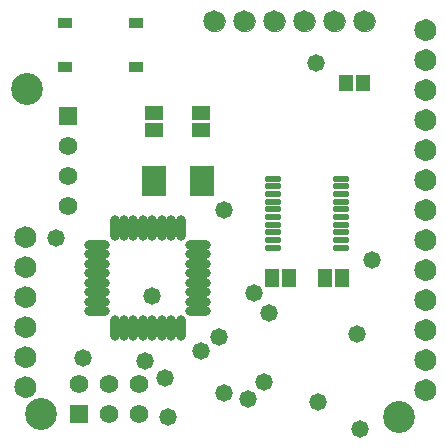
<source format=gbs>
G04*
G04 #@! TF.GenerationSoftware,Altium Limited,Altium Designer,23.2.1 (34)*
G04*
G04 Layer_Color=16711935*
%FSLAX25Y25*%
%MOIN*%
G70*
G04*
G04 #@! TF.SameCoordinates,E1977E32-75BF-4710-9DAA-36D8A4D6ACA6*
G04*
G04*
G04 #@! TF.FilePolarity,Negative*
G04*
G01*
G75*
%ADD30C,0.00000*%
%ADD31R,0.04760X0.05951*%
%ADD32R,0.04737X0.05721*%
G04:AMPARAMS|DCode=35|XSize=20.47mil|YSize=51.97mil|CornerRadius=4.33mil|HoleSize=0mil|Usage=FLASHONLY|Rotation=270.000|XOffset=0mil|YOffset=0mil|HoleType=Round|Shape=RoundedRectangle|*
%AMROUNDEDRECTD35*
21,1,0.02047,0.04331,0,0,270.0*
21,1,0.01181,0.05197,0,0,270.0*
1,1,0.00866,-0.02165,-0.00591*
1,1,0.00866,-0.02165,0.00591*
1,1,0.00866,0.02165,0.00591*
1,1,0.00866,0.02165,-0.00591*
%
%ADD35ROUNDEDRECTD35*%
%ADD36R,0.05951X0.04760*%
%ADD38R,0.08280X0.10249*%
%ADD46C,0.07178*%
%ADD47C,0.06194*%
%ADD48R,0.06194X0.06194*%
%ADD49R,0.06194X0.06194*%
%ADD50C,0.10642*%
%ADD51C,0.05800*%
%ADD63R,0.04737X0.03556*%
%ADD64O,0.08477X0.03162*%
%ADD65O,0.03162X0.08477*%
D30*
X11789Y18905D02*
X11639Y19904D01*
X11200Y20814D01*
X10513Y21555D01*
X9638Y22060D01*
X8653Y22285D01*
X7645Y22210D01*
X6704Y21840D01*
X5914Y21211D01*
X5345Y20376D01*
X5047Y19410D01*
Y18399D01*
X5345Y17434D01*
X5914Y16599D01*
X6704Y15969D01*
X7645Y15600D01*
X8653Y15524D01*
X9638Y15749D01*
X10513Y16254D01*
X11200Y16995D01*
X11639Y17906D01*
X11789Y18905D01*
Y28905D02*
X11639Y29904D01*
X11200Y30814D01*
X10513Y31555D01*
X9638Y32060D01*
X8653Y32285D01*
X7645Y32210D01*
X6704Y31841D01*
X5914Y31211D01*
X5345Y30376D01*
X5047Y29410D01*
Y28399D01*
X5345Y27434D01*
X5914Y26599D01*
X6704Y25969D01*
X7645Y25600D01*
X8653Y25524D01*
X9638Y25749D01*
X10513Y26254D01*
X11200Y26995D01*
X11639Y27905D01*
X11789Y28905D01*
Y38905D02*
X11639Y39904D01*
X11200Y40814D01*
X10513Y41555D01*
X9638Y42060D01*
X8653Y42285D01*
X7645Y42210D01*
X6704Y41840D01*
X5914Y41210D01*
X5345Y40376D01*
X5047Y39410D01*
Y38399D01*
X5345Y37434D01*
X5914Y36599D01*
X6704Y35969D01*
X7645Y35600D01*
X8653Y35524D01*
X9638Y35749D01*
X10513Y36254D01*
X11200Y36995D01*
X11639Y37905D01*
X11789Y38905D01*
Y48905D02*
X11639Y49904D01*
X11200Y50814D01*
X10513Y51555D01*
X9638Y52060D01*
X8653Y52285D01*
X7645Y52210D01*
X6704Y51841D01*
X5914Y51210D01*
X5345Y50376D01*
X5047Y49410D01*
Y48399D01*
X5345Y47434D01*
X5914Y46599D01*
X6704Y45969D01*
X7645Y45600D01*
X8653Y45524D01*
X9638Y45749D01*
X10513Y46254D01*
X11200Y46995D01*
X11639Y47905D01*
X11789Y48905D01*
Y58905D02*
X11639Y59904D01*
X11200Y60814D01*
X10513Y61555D01*
X9638Y62060D01*
X8653Y62285D01*
X7645Y62210D01*
X6704Y61840D01*
X5914Y61211D01*
X5345Y60376D01*
X5047Y59410D01*
Y58399D01*
X5345Y57434D01*
X5914Y56599D01*
X6704Y55969D01*
X7645Y55600D01*
X8653Y55524D01*
X9638Y55749D01*
X10513Y56254D01*
X11200Y56995D01*
X11639Y57906D01*
X11789Y58905D01*
Y68905D02*
X11639Y69904D01*
X11200Y70814D01*
X10513Y71555D01*
X9638Y72060D01*
X8653Y72285D01*
X7645Y72210D01*
X6704Y71841D01*
X5914Y71210D01*
X5345Y70376D01*
X5047Y69410D01*
Y68400D01*
X5345Y67434D01*
X5914Y66599D01*
X6704Y65969D01*
X7645Y65600D01*
X8653Y65524D01*
X9638Y65749D01*
X10513Y66254D01*
X11200Y66995D01*
X11639Y67905D01*
X11789Y68905D01*
X145122Y17913D02*
X144972Y18913D01*
X144533Y19823D01*
X143846Y20564D01*
X142971Y21069D01*
X141986Y21294D01*
X140978Y21218D01*
X140037Y20849D01*
X139247Y20219D01*
X138678Y19384D01*
X138380Y18419D01*
Y17408D01*
X138678Y16443D01*
X139247Y15608D01*
X140037Y14978D01*
X140978Y14608D01*
X141986Y14533D01*
X142971Y14758D01*
X143846Y15263D01*
X144533Y16004D01*
X144972Y16914D01*
X145122Y17913D01*
Y27913D02*
X144972Y28913D01*
X144533Y29823D01*
X143846Y30564D01*
X142971Y31069D01*
X141986Y31294D01*
X140978Y31218D01*
X140037Y30849D01*
X139247Y30219D01*
X138678Y29384D01*
X138380Y28419D01*
Y27408D01*
X138678Y26443D01*
X139247Y25608D01*
X140037Y24978D01*
X140978Y24608D01*
X141986Y24533D01*
X142971Y24758D01*
X143846Y25263D01*
X144533Y26004D01*
X144972Y26914D01*
X145122Y27913D01*
Y37913D02*
X144972Y38913D01*
X144533Y39823D01*
X143846Y40564D01*
X142971Y41069D01*
X141986Y41294D01*
X140978Y41218D01*
X140037Y40849D01*
X139247Y40219D01*
X138678Y39384D01*
X138380Y38419D01*
Y37408D01*
X138678Y36443D01*
X139247Y35608D01*
X140037Y34978D01*
X140978Y34608D01*
X141986Y34533D01*
X142971Y34758D01*
X143846Y35263D01*
X144533Y36004D01*
X144972Y36914D01*
X145122Y37913D01*
Y47913D02*
X144972Y48913D01*
X144533Y49823D01*
X143846Y50564D01*
X142971Y51069D01*
X141986Y51294D01*
X140978Y51218D01*
X140037Y50849D01*
X139247Y50219D01*
X138678Y49384D01*
X138380Y48419D01*
Y47408D01*
X138678Y46442D01*
X139247Y45608D01*
X140037Y44978D01*
X140978Y44608D01*
X141986Y44533D01*
X142971Y44758D01*
X143846Y45263D01*
X144533Y46004D01*
X144972Y46914D01*
X145122Y47913D01*
Y57913D02*
X144972Y58913D01*
X144533Y59823D01*
X143846Y60564D01*
X142971Y61069D01*
X141986Y61294D01*
X140978Y61218D01*
X140037Y60849D01*
X139247Y60219D01*
X138678Y59384D01*
X138380Y58419D01*
Y57408D01*
X138678Y56443D01*
X139247Y55608D01*
X140037Y54978D01*
X140978Y54608D01*
X141986Y54533D01*
X142971Y54758D01*
X143846Y55263D01*
X144533Y56004D01*
X144972Y56914D01*
X145122Y57913D01*
Y67913D02*
X144972Y68913D01*
X144533Y69823D01*
X143846Y70564D01*
X142971Y71069D01*
X141986Y71294D01*
X140978Y71218D01*
X140037Y70849D01*
X139247Y70219D01*
X138678Y69384D01*
X138380Y68419D01*
Y67408D01*
X138678Y66443D01*
X139247Y65608D01*
X140037Y64978D01*
X140978Y64608D01*
X141986Y64533D01*
X142971Y64758D01*
X143846Y65263D01*
X144533Y66004D01*
X144972Y66914D01*
X145122Y67913D01*
Y77913D02*
X144972Y78913D01*
X144533Y79823D01*
X143846Y80564D01*
X142971Y81069D01*
X141986Y81294D01*
X140978Y81218D01*
X140037Y80849D01*
X139247Y80219D01*
X138678Y79384D01*
X138380Y78419D01*
Y77408D01*
X138678Y76442D01*
X139247Y75608D01*
X140037Y74977D01*
X140978Y74608D01*
X141986Y74533D01*
X142971Y74758D01*
X143846Y75263D01*
X144533Y76004D01*
X144972Y76914D01*
X145122Y77913D01*
Y87913D02*
X144972Y88913D01*
X144533Y89823D01*
X143846Y90564D01*
X142971Y91069D01*
X141986Y91294D01*
X140978Y91218D01*
X140037Y90849D01*
X139247Y90219D01*
X138678Y89384D01*
X138380Y88419D01*
Y87408D01*
X138678Y86443D01*
X139247Y85608D01*
X140037Y84978D01*
X140978Y84608D01*
X141986Y84533D01*
X142971Y84758D01*
X143846Y85263D01*
X144533Y86004D01*
X144972Y86914D01*
X145122Y87913D01*
Y97913D02*
X144972Y98913D01*
X144533Y99823D01*
X143846Y100564D01*
X142971Y101069D01*
X141986Y101294D01*
X140978Y101218D01*
X140037Y100849D01*
X139247Y100219D01*
X138678Y99384D01*
X138380Y98419D01*
Y97408D01*
X138678Y96443D01*
X139247Y95608D01*
X140037Y94978D01*
X140978Y94608D01*
X141986Y94533D01*
X142971Y94758D01*
X143846Y95263D01*
X144533Y96004D01*
X144972Y96914D01*
X145122Y97913D01*
Y107913D02*
X144972Y108913D01*
X144533Y109823D01*
X143846Y110564D01*
X142971Y111069D01*
X141986Y111294D01*
X140978Y111218D01*
X140037Y110849D01*
X139247Y110219D01*
X138678Y109384D01*
X138380Y108419D01*
Y107408D01*
X138678Y106443D01*
X139247Y105608D01*
X140037Y104978D01*
X140978Y104608D01*
X141986Y104533D01*
X142971Y104758D01*
X143846Y105263D01*
X144533Y106004D01*
X144972Y106914D01*
X145122Y107913D01*
Y117913D02*
X144972Y118913D01*
X144533Y119823D01*
X143846Y120564D01*
X142971Y121069D01*
X141986Y121294D01*
X140978Y121218D01*
X140037Y120849D01*
X139247Y120219D01*
X138678Y119384D01*
X138380Y118419D01*
Y117408D01*
X138678Y116443D01*
X139247Y115608D01*
X140037Y114978D01*
X140978Y114608D01*
X141986Y114533D01*
X142971Y114758D01*
X143846Y115263D01*
X144533Y116004D01*
X144972Y116914D01*
X145122Y117913D01*
Y127913D02*
X144972Y128913D01*
X144533Y129823D01*
X143846Y130564D01*
X142971Y131069D01*
X141986Y131294D01*
X140978Y131218D01*
X140037Y130849D01*
X139247Y130219D01*
X138678Y129384D01*
X138380Y128419D01*
Y127408D01*
X138678Y126443D01*
X139247Y125608D01*
X140037Y124978D01*
X140978Y124608D01*
X141986Y124533D01*
X142971Y124758D01*
X143846Y125263D01*
X144533Y126004D01*
X144972Y126914D01*
X145122Y127913D01*
Y137913D02*
X144972Y138913D01*
X144533Y139823D01*
X143846Y140564D01*
X142971Y141069D01*
X141986Y141294D01*
X140978Y141218D01*
X140037Y140849D01*
X139247Y140219D01*
X138678Y139384D01*
X138380Y138419D01*
Y137408D01*
X138678Y136443D01*
X139247Y135608D01*
X140037Y134978D01*
X140978Y134608D01*
X141986Y134533D01*
X142971Y134758D01*
X143846Y135263D01*
X144533Y136004D01*
X144972Y136914D01*
X145122Y137913D01*
X124847Y140748D02*
X124696Y141747D01*
X124258Y142658D01*
X123570Y143398D01*
X122695Y143904D01*
X121710Y144129D01*
X120702Y144053D01*
X119762Y143684D01*
X118972Y143054D01*
X118402Y142219D01*
X118105Y141253D01*
Y140243D01*
X118402Y139277D01*
X118972Y138442D01*
X119762Y137812D01*
X120702Y137443D01*
X121710Y137367D01*
X122695Y137592D01*
X123570Y138098D01*
X124258Y138838D01*
X124696Y139749D01*
X124847Y140748D01*
X114847Y140748D02*
X114696Y141747D01*
X114258Y142658D01*
X113570Y143398D01*
X112695Y143904D01*
X111710Y144129D01*
X110702Y144053D01*
X109762Y143684D01*
X108972Y143054D01*
X108402Y142219D01*
X108105Y141253D01*
Y140243D01*
X108402Y139277D01*
X108972Y138442D01*
X109762Y137812D01*
X110702Y137443D01*
X111710Y137367D01*
X112695Y137592D01*
X113570Y138098D01*
X114258Y138838D01*
X114696Y139749D01*
X114847Y140748D01*
X104847Y140748D02*
X104696Y141747D01*
X104258Y142658D01*
X103570Y143398D01*
X102695Y143904D01*
X101710Y144129D01*
X100702Y144053D01*
X99762Y143684D01*
X98972Y143054D01*
X98402Y142219D01*
X98105Y141253D01*
Y140243D01*
X98402Y139277D01*
X98972Y138442D01*
X99762Y137812D01*
X100702Y137443D01*
X101710Y137367D01*
X102695Y137592D01*
X103570Y138098D01*
X104258Y138838D01*
X104696Y139749D01*
X104847Y140748D01*
X94847D02*
X94696Y141747D01*
X94258Y142658D01*
X93570Y143398D01*
X92695Y143904D01*
X91710Y144129D01*
X90702Y144053D01*
X89762Y143684D01*
X88972Y143054D01*
X88402Y142219D01*
X88105Y141253D01*
Y140243D01*
X88402Y139277D01*
X88972Y138442D01*
X89762Y137812D01*
X90702Y137443D01*
X91710Y137367D01*
X92695Y137592D01*
X93570Y138098D01*
X94258Y138838D01*
X94696Y139749D01*
X94847Y140748D01*
X84847Y140748D02*
X84696Y141747D01*
X84258Y142658D01*
X83570Y143398D01*
X82695Y143904D01*
X81710Y144129D01*
X80702Y144053D01*
X79762Y143684D01*
X78972Y143054D01*
X78402Y142219D01*
X78105Y141253D01*
Y140243D01*
X78402Y139277D01*
X78972Y138442D01*
X79762Y137812D01*
X80702Y137443D01*
X81710Y137367D01*
X82695Y137592D01*
X83570Y138098D01*
X84258Y138838D01*
X84696Y139749D01*
X84847Y140748D01*
X74847Y140748D02*
X74696Y141747D01*
X74258Y142658D01*
X73570Y143398D01*
X72695Y143904D01*
X71710Y144129D01*
X70702Y144053D01*
X69762Y143684D01*
X68972Y143054D01*
X68402Y142219D01*
X68105Y141253D01*
Y140243D01*
X68402Y139277D01*
X68972Y138442D01*
X69762Y137812D01*
X70702Y137443D01*
X71710Y137367D01*
X72695Y137592D01*
X73570Y138098D01*
X74258Y138838D01*
X74696Y139749D01*
X74847Y140748D01*
D31*
X114080Y55118D02*
D03*
X108361D02*
D03*
X90645D02*
D03*
X96363D02*
D03*
D32*
X115157Y120079D02*
D03*
X121063D02*
D03*
D35*
X91142Y65256D02*
D03*
X91142Y67815D02*
D03*
X91142Y70374D02*
D03*
X91142Y72933D02*
D03*
Y75492D02*
D03*
Y78051D02*
D03*
Y80610D02*
D03*
X91142Y83169D02*
D03*
X91142Y85728D02*
D03*
X91142Y88287D02*
D03*
X113583Y65256D02*
D03*
X113583Y67815D02*
D03*
X113583Y70374D02*
D03*
X113583Y72933D02*
D03*
Y75492D02*
D03*
Y78051D02*
D03*
Y80610D02*
D03*
X113583Y83169D02*
D03*
X113583Y85728D02*
D03*
X113583Y88287D02*
D03*
D36*
X51354Y110143D02*
D03*
Y104424D02*
D03*
X67102Y110143D02*
D03*
Y104424D02*
D03*
D38*
X51157Y87599D02*
D03*
X67299D02*
D03*
D46*
X8399Y18905D02*
D03*
Y28905D02*
D03*
Y38905D02*
D03*
Y48905D02*
D03*
Y58905D02*
D03*
Y68905D02*
D03*
X141732Y17913D02*
D03*
Y27913D02*
D03*
Y37913D02*
D03*
Y47913D02*
D03*
Y57913D02*
D03*
Y67913D02*
D03*
Y77913D02*
D03*
Y87913D02*
D03*
Y97913D02*
D03*
Y107913D02*
D03*
Y117913D02*
D03*
Y127913D02*
D03*
Y137913D02*
D03*
X121457Y140748D02*
D03*
X111457D02*
D03*
X101457Y140748D02*
D03*
X91457Y140748D02*
D03*
X81457D02*
D03*
X71457D02*
D03*
D47*
X46260Y19685D02*
D03*
Y9685D02*
D03*
X36260Y19685D02*
D03*
Y9685D02*
D03*
X26260Y19685D02*
D03*
X22638Y79236D02*
D03*
Y89236D02*
D03*
Y99236D02*
D03*
D48*
X26260Y9685D02*
D03*
D49*
X22638Y109236D02*
D03*
D50*
X13780Y9843D02*
D03*
X8858Y118110D02*
D03*
X132874Y8858D02*
D03*
D51*
X50509Y49155D02*
D03*
X18701Y68405D02*
D03*
X89567Y43307D02*
D03*
X84646Y50197D02*
D03*
X88033Y20322D02*
D03*
X120079Y4921D02*
D03*
X72835Y35433D02*
D03*
X82677Y14764D02*
D03*
X74803Y77756D02*
D03*
X27559Y28543D02*
D03*
X74803Y16732D02*
D03*
X56102Y8858D02*
D03*
X105413Y126870D02*
D03*
X48228Y27559D02*
D03*
X55118Y21654D02*
D03*
X66929Y30867D02*
D03*
X119095Y36417D02*
D03*
X106052Y13780D02*
D03*
X124016Y61024D02*
D03*
D63*
X45276Y140158D02*
D03*
X21654D02*
D03*
X45276Y125591D02*
D03*
X21654D02*
D03*
D64*
X32480Y66142D02*
D03*
X32480Y62992D02*
D03*
X32480Y59843D02*
D03*
Y56693D02*
D03*
Y53543D02*
D03*
Y50394D02*
D03*
Y47244D02*
D03*
Y44094D02*
D03*
X65945D02*
D03*
Y47244D02*
D03*
Y50394D02*
D03*
Y53543D02*
D03*
Y56693D02*
D03*
Y59843D02*
D03*
X65945Y62992D02*
D03*
X65945Y66142D02*
D03*
D65*
X38189Y38386D02*
D03*
X41338D02*
D03*
X44488D02*
D03*
X47638D02*
D03*
X50787D02*
D03*
X53937D02*
D03*
X57086D02*
D03*
X60236D02*
D03*
Y71850D02*
D03*
X57086D02*
D03*
X53937D02*
D03*
X50787D02*
D03*
X47638D02*
D03*
X44488D02*
D03*
X41338D02*
D03*
X38189D02*
D03*
M02*

</source>
